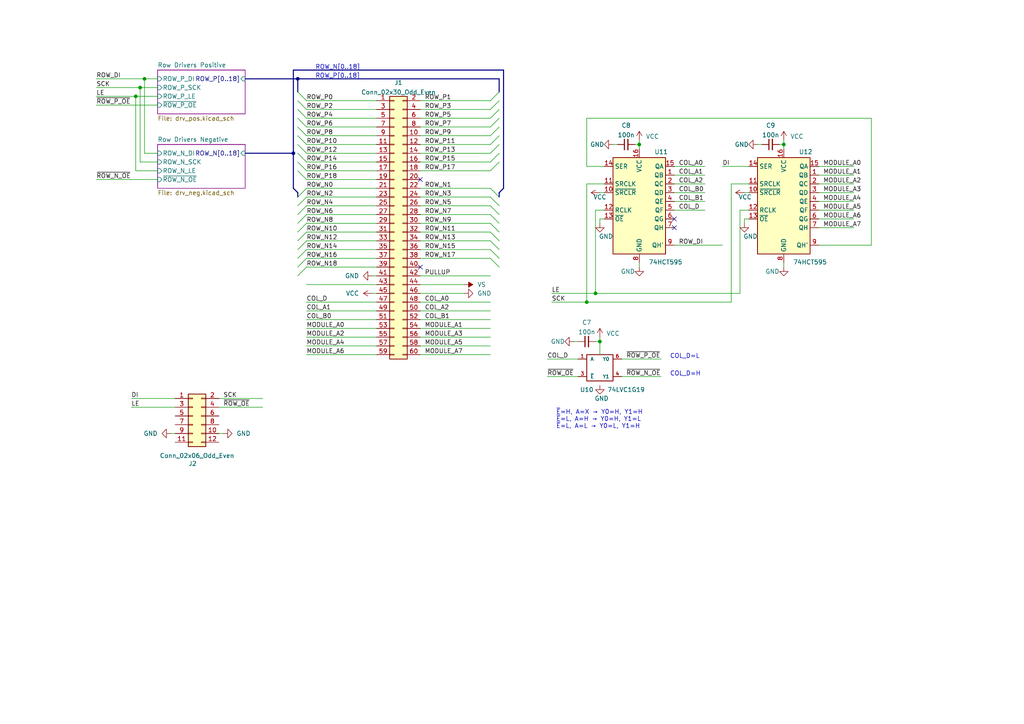
<source format=kicad_sch>
(kicad_sch (version 20210621) (generator eeschema)
  (paper "A4")
  (lib_symbols
    (symbol "74xGxx:74LVC1G19" (pin_names (offset 1.016))
      (property "Reference" "U" (at -2.54 5.08 0))
      (property "Value" "74LVC1G19" (at 0 -5.08 0))
      (symbol "74LVC1G19_0_1"
        (rectangle (start -3.81 3.81) (end 3.81 -3.81) (stroke (width 0.254)))
      )
      (symbol "74LVC1G19_1_1"
        (pin input line (at -6.35 2.54 0) (length 2.54) (name "A") (number "1"))
        (pin power_in line (at 0 -3.81 270) (length 0) hide (name "GND") (number "2"))
        (pin input line (at -6.35 -2.54 0) (length 2.54) (name "~{E}") (number "3"))
        (pin output line (at 6.35 -2.54 180) (length 2.54) (name "Y1") (number "4"))
        (pin power_in line (at 0 3.81 90) (length 0) hide (name "VCC") (number "5"))
        (pin output line (at 6.35 2.54 180) (length 2.54) (name "Y0") (number "6"))
      )
    )
    (symbol "74xx:74HCT595"
      (property "Reference" "U" (at -7.62 13.97 0))
      (property "Value" "74HCT595" (at -7.62 -16.51 0))
      (symbol "74HCT595_1_0"
        (pin tri_state line (at 10.16 7.62 180) (length 2.54) (name "QB") (number "1"))
        (pin input line (at -10.16 2.54 0) (length 2.54) (name "~{SRCLR}") (number "10"))
        (pin input line (at -10.16 5.08 0) (length 2.54) (name "SRCLK") (number "11"))
        (pin input line (at -10.16 -2.54 0) (length 2.54) (name "RCLK") (number "12"))
        (pin input line (at -10.16 -5.08 0) (length 2.54) (name "~{OE}") (number "13"))
        (pin input line (at -10.16 10.16 0) (length 2.54) (name "SER") (number "14"))
        (pin tri_state line (at 10.16 10.16 180) (length 2.54) (name "QA") (number "15"))
        (pin power_in line (at 0 15.24 270) (length 2.54) (name "VCC") (number "16"))
        (pin tri_state line (at 10.16 5.08 180) (length 2.54) (name "QC") (number "2"))
        (pin tri_state line (at 10.16 2.54 180) (length 2.54) (name "QD") (number "3"))
        (pin tri_state line (at 10.16 0 180) (length 2.54) (name "QE") (number "4"))
        (pin tri_state line (at 10.16 -2.54 180) (length 2.54) (name "QF") (number "5"))
        (pin tri_state line (at 10.16 -5.08 180) (length 2.54) (name "QG") (number "6"))
        (pin tri_state line (at 10.16 -7.62 180) (length 2.54) (name "QH") (number "7"))
        (pin power_in line (at 0 -17.78 90) (length 2.54) (name "GND") (number "8"))
        (pin output line (at 10.16 -12.7 180) (length 2.54) (name "QH'") (number "9"))
      )
      (symbol "74HCT595_1_1"
        (rectangle (start -7.62 12.7) (end 7.62 -15.24) (stroke (width 0.254)) (fill (type background)))
      )
    )
    (symbol "Connector_Generic:Conn_02x06_Odd_Even" (pin_names (offset 1.016) hide)
      (property "Reference" "J" (at 1.27 7.62 0))
      (property "Value" "Conn_02x06_Odd_Even" (at 1.27 -10.16 0))
      (symbol "Conn_02x06_Odd_Even_1_1"
        (rectangle (start -1.27 -7.493) (end 0 -7.747) (stroke (width 0.1524)))
        (rectangle (start -1.27 -4.953) (end 0 -5.207) (stroke (width 0.1524)))
        (rectangle (start -1.27 -2.413) (end 0 -2.667) (stroke (width 0.1524)))
        (rectangle (start -1.27 0.127) (end 0 -0.127) (stroke (width 0.1524)))
        (rectangle (start -1.27 2.667) (end 0 2.413) (stroke (width 0.1524)))
        (rectangle (start -1.27 5.207) (end 0 4.953) (stroke (width 0.1524)))
        (rectangle (start 3.81 -7.493) (end 2.54 -7.747) (stroke (width 0.1524)))
        (rectangle (start 3.81 -4.953) (end 2.54 -5.207) (stroke (width 0.1524)))
        (rectangle (start 3.81 -2.413) (end 2.54 -2.667) (stroke (width 0.1524)))
        (rectangle (start 3.81 0.127) (end 2.54 -0.127) (stroke (width 0.1524)))
        (rectangle (start 3.81 2.667) (end 2.54 2.413) (stroke (width 0.1524)))
        (rectangle (start 3.81 5.207) (end 2.54 4.953) (stroke (width 0.1524)))
        (rectangle (start -1.27 6.35) (end 3.81 -8.89) (stroke (width 0.254)) (fill (type background)))
        (pin passive line (at -5.08 5.08 0) (length 3.81) (name "Pin_1") (number "1"))
        (pin passive line (at 7.62 -5.08 180) (length 3.81) (name "Pin_10") (number "10"))
        (pin passive line (at -5.08 -7.62 0) (length 3.81) (name "Pin_11") (number "11"))
        (pin passive line (at 7.62 -7.62 180) (length 3.81) (name "Pin_12") (number "12"))
        (pin passive line (at 7.62 5.08 180) (length 3.81) (name "Pin_2") (number "2"))
        (pin passive line (at -5.08 2.54 0) (length 3.81) (name "Pin_3") (number "3"))
        (pin passive line (at 7.62 2.54 180) (length 3.81) (name "Pin_4") (number "4"))
        (pin passive line (at -5.08 0 0) (length 3.81) (name "Pin_5") (number "5"))
        (pin passive line (at 7.62 0 180) (length 3.81) (name "Pin_6") (number "6"))
        (pin passive line (at -5.08 -2.54 0) (length 3.81) (name "Pin_7") (number "7"))
        (pin passive line (at 7.62 -2.54 180) (length 3.81) (name "Pin_8") (number "8"))
        (pin passive line (at -5.08 -5.08 0) (length 3.81) (name "Pin_9") (number "9"))
      )
    )
    (symbol "Connector_Generic:Conn_02x30_Odd_Even" (pin_names (offset 1.016) hide)
      (property "Reference" "J" (at 1.27 38.1 0))
      (property "Value" "Conn_02x30_Odd_Even" (at 1.27 -40.64 0))
      (symbol "Conn_02x30_Odd_Even_1_1"
        (rectangle (start -1.27 -37.973) (end 0 -38.227) (stroke (width 0.1524)))
        (rectangle (start -1.27 -35.433) (end 0 -35.687) (stroke (width 0.1524)))
        (rectangle (start -1.27 -32.893) (end 0 -33.147) (stroke (width 0.1524)))
        (rectangle (start -1.27 -30.353) (end 0 -30.607) (stroke (width 0.1524)))
        (rectangle (start -1.27 -27.813) (end 0 -28.067) (stroke (width 0.1524)))
        (rectangle (start -1.27 -25.273) (end 0 -25.527) (stroke (width 0.1524)))
        (rectangle (start -1.27 -22.733) (end 0 -22.987) (stroke (width 0.1524)))
        (rectangle (start -1.27 -20.193) (end 0 -20.447) (stroke (width 0.1524)))
        (rectangle (start -1.27 -17.653) (end 0 -17.907) (stroke (width 0.1524)))
        (rectangle (start -1.27 -15.113) (end 0 -15.367) (stroke (width 0.1524)))
        (rectangle (start -1.27 -12.573) (end 0 -12.827) (stroke (width 0.1524)))
        (rectangle (start -1.27 -10.033) (end 0 -10.287) (stroke (width 0.1524)))
        (rectangle (start -1.27 -7.493) (end 0 -7.747) (stroke (width 0.1524)))
        (rectangle (start -1.27 -4.953) (end 0 -5.207) (stroke (width 0.1524)))
        (rectangle (start -1.27 -2.413) (end 0 -2.667) (stroke (width 0.1524)))
        (rectangle (start -1.27 0.127) (end 0 -0.127) (stroke (width 0.1524)))
        (rectangle (start -1.27 2.667) (end 0 2.413) (stroke (width 0.1524)))
        (rectangle (start -1.27 5.207) (end 0 4.953) (stroke (width 0.1524)))
        (rectangle (start -1.27 7.747) (end 0 7.493) (stroke (width 0.1524)))
        (rectangle (start -1.27 10.287) (end 0 10.033) (stroke (width 0.1524)))
        (rectangle (start -1.27 12.827) (end 0 12.573) (stroke (width 0.1524)))
        (rectangle (start -1.27 15.367) (end 0 15.113) (stroke (width 0.1524)))
        (rectangle (start -1.27 17.907) (end 0 17.653) (stroke (width 0.1524)))
        (rectangle (start -1.27 20.447) (end 0 20.193) (stroke (width 0.1524)))
        (rectangle (start -1.27 22.987) (end 0 22.733) (stroke (width 0.1524)))
        (rectangle (start -1.27 25.527) (end 0 25.273) (stroke (width 0.1524)))
        (rectangle (start -1.27 28.067) (end 0 27.813) (stroke (width 0.1524)))
        (rectangle (start -1.27 30.607) (end 0 30.353) (stroke (width 0.1524)))
        (rectangle (start -1.27 33.147) (end 0 32.893) (stroke (width 0.1524)))
        (rectangle (start -1.27 35.687) (end 0 35.433) (stroke (width 0.1524)))
        (rectangle (start 3.81 -37.973) (end 2.54 -38.227) (stroke (width 0.1524)))
        (rectangle (start 3.81 -35.433) (end 2.54 -35.687) (stroke (width 0.1524)))
        (rectangle (start 3.81 -32.893) (end 2.54 -33.147) (stroke (width 0.1524)))
        (rectangle (start 3.81 -30.353) (end 2.54 -30.607) (stroke (width 0.1524)))
        (rectangle (start 3.81 -27.813) (end 2.54 -28.067) (stroke (width 0.1524)))
        (rectangle (start 3.81 -25.273) (end 2.54 -25.527) (stroke (width 0.1524)))
        (rectangle (start 3.81 -22.733) (end 2.54 -22.987) (stroke (width 0.1524)))
        (rectangle (start 3.81 -20.193) (end 2.54 -20.447) (stroke (width 0.1524)))
        (rectangle (start 3.81 -17.653) (end 2.54 -17.907) (stroke (width 0.1524)))
        (rectangle (start 3.81 -15.113) (end 2.54 -15.367) (stroke (width 0.1524)))
        (rectangle (start 3.81 -12.573) (end 2.54 -12.827) (stroke (width 0.1524)))
        (rectangle (start 3.81 -10.033) (end 2.54 -10.287) (stroke (width 0.1524)))
        (rectangle (start 3.81 -7.493) (end 2.54 -7.747) (stroke (width 0.1524)))
        (rectangle (start 3.81 -4.953) (end 2.54 -5.207) (stroke (width 0.1524)))
        (rectangle (start 3.81 -2.413) (end 2.54 -2.667) (stroke (width 0.1524)))
        (rectangle (start 3.81 0.127) (end 2.54 -0.127) (stroke (width 0.1524)))
        (rectangle (start 3.81 2.667) (end 2.54 2.413) (stroke (width 0.1524)))
        (rectangle (start 3.81 5.207) (end 2.54 4.953) (stroke (width 0.1524)))
        (rectangle (start 3.81 7.747) (end 2.54 7.493) (stroke (width 0.1524)))
        (rectangle (start 3.81 10.287) (end 2.54 10.033) (stroke (width 0.1524)))
        (rectangle (start 3.81 12.827) (end 2.54 12.573) (stroke (width 0.1524)))
        (rectangle (start 3.81 15.367) (end 2.54 15.113) (stroke (width 0.1524)))
        (rectangle (start 3.81 17.907) (end 2.54 17.653) (stroke (width 0.1524)))
        (rectangle (start 3.81 20.447) (end 2.54 20.193) (stroke (width 0.1524)))
        (rectangle (start 3.81 22.987) (end 2.54 22.733) (stroke (width 0.1524)))
        (rectangle (start 3.81 25.527) (end 2.54 25.273) (stroke (width 0.1524)))
        (rectangle (start 3.81 28.067) (end 2.54 27.813) (stroke (width 0.1524)))
        (rectangle (start 3.81 30.607) (end 2.54 30.353) (stroke (width 0.1524)))
        (rectangle (start 3.81 33.147) (end 2.54 32.893) (stroke (width 0.1524)))
        (rectangle (start 3.81 35.687) (end 2.54 35.433) (stroke (width 0.1524)))
        (rectangle (start -1.27 36.83) (end 3.81 -39.37) (stroke (width 0.254)) (fill (type background)))
        (pin passive line (at -5.08 35.56 0) (length 3.81) (name "Pin_1") (number "1"))
        (pin passive line (at 7.62 25.4 180) (length 3.81) (name "Pin_10") (number "10"))
        (pin passive line (at -5.08 22.86 0) (length 3.81) (name "Pin_11") (number "11"))
        (pin passive line (at 7.62 22.86 180) (length 3.81) (name "Pin_12") (number "12"))
        (pin passive line (at -5.08 20.32 0) (length 3.81) (name "Pin_13") (number "13"))
        (pin passive line (at 7.62 20.32 180) (length 3.81) (name "Pin_14") (number "14"))
        (pin passive line (at -5.08 17.78 0) (length 3.81) (name "Pin_15") (number "15"))
        (pin passive line (at 7.62 17.78 180) (length 3.81) (name "Pin_16") (number "16"))
        (pin passive line (at -5.08 15.24 0) (length 3.81) (name "Pin_17") (number "17"))
        (pin passive line (at 7.62 15.24 180) (length 3.81) (name "Pin_18") (number "18"))
        (pin passive line (at -5.08 12.7 0) (length 3.81) (name "Pin_19") (number "19"))
        (pin passive line (at 7.62 35.56 180) (length 3.81) (name "Pin_2") (number "2"))
        (pin passive line (at 7.62 12.7 180) (length 3.81) (name "Pin_20") (number "20"))
        (pin passive line (at -5.08 10.16 0) (length 3.81) (name "Pin_21") (number "21"))
        (pin passive line (at 7.62 10.16 180) (length 3.81) (name "Pin_22") (number "22"))
        (pin passive line (at -5.08 7.62 0) (length 3.81) (name "Pin_23") (number "23"))
        (pin passive line (at 7.62 7.62 180) (length 3.81) (name "Pin_24") (number "24"))
        (pin passive line (at -5.08 5.08 0) (length 3.81) (name "Pin_25") (number "25"))
        (pin passive line (at 7.62 5.08 180) (length 3.81) (name "Pin_26") (number "26"))
        (pin passive line (at -5.08 2.54 0) (length 3.81) (name "Pin_27") (number "27"))
        (pin passive line (at 7.62 2.54 180) (length 3.81) (name "Pin_28") (number "28"))
        (pin passive line (at -5.08 0 0) (length 3.81) (name "Pin_29") (number "29"))
        (pin passive line (at -5.08 33.02 0) (length 3.81) (name "Pin_3") (number "3"))
        (pin passive line (at 7.62 0 180) (length 3.81) (name "Pin_30") (number "30"))
        (pin passive line (at -5.08 -2.54 0) (length 3.81) (name "Pin_31") (number "31"))
        (pin passive line (at 7.62 -2.54 180) (length 3.81) (name "Pin_32") (number "32"))
        (pin passive line (at -5.08 -5.08 0) (length 3.81) (name "Pin_33") (number "33"))
        (pin passive line (at 7.62 -5.08 180) (length 3.81) (name "Pin_34") (number "34"))
        (pin passive line (at -5.08 -7.62 0) (length 3.81) (name "Pin_35") (number "35"))
        (pin passive line (at 7.62 -7.62 180) (length 3.81) (name "Pin_36") (number "36"))
        (pin passive line (at -5.08 -10.16 0) (length 3.81) (name "Pin_37") (number "37"))
        (pin passive line (at 7.62 -10.16 180) (length 3.81) (name "Pin_38") (number "38"))
        (pin passive line (at -5.08 -12.7 0) (length 3.81) (name "Pin_39") (number "39"))
        (pin passive line (at 7.62 33.02 180) (length 3.81) (name "Pin_4") (number "4"))
        (pin passive line (at 7.62 -12.7 180) (length 3.81) (name "Pin_40") (number "40"))
        (pin passive line (at -5.08 -15.24 0) (length 3.81) (name "Pin_41") (number "41"))
        (pin passive line (at 7.62 -15.24 180) (length 3.81) (name "Pin_42") (number "42"))
        (pin passive line (at -5.08 -17.78 0) (length 3.81) (name "Pin_43") (number "43"))
        (pin passive line (at 7.62 -17.78 180) (length 3.81) (name "Pin_44") (number "44"))
        (pin passive line (at -5.08 -20.32 0) (length 3.81) (name "Pin_45") (number "45"))
        (pin passive line (at 7.62 -20.32 180) (length 3.81) (name "Pin_46") (number "46"))
        (pin passive line (at -5.08 -22.86 0) (length 3.81) (name "Pin_47") (number "47"))
        (pin passive line (at 7.62 -22.86 180) (length 3.81) (name "Pin_48") (number "48"))
        (pin passive line (at -5.08 -25.4 0) (length 3.81) (name "Pin_49") (number "49"))
        (pin passive line (at -5.08 30.48 0) (length 3.81) (name "Pin_5") (number "5"))
        (pin passive line (at 7.62 -25.4 180) (length 3.81) (name "Pin_50") (number "50"))
        (pin passive line (at -5.08 -27.94 0) (length 3.81) (name "Pin_51") (number "51"))
        (pin passive line (at 7.62 -27.94 180) (length 3.81) (name "Pin_52") (number "52"))
        (pin passive line (at -5.08 -30.48 0) (length 3.81) (name "Pin_53") (number "53"))
        (pin passive line (at 7.62 -30.48 180) (length 3.81) (name "Pin_54") (number "54"))
        (pin passive line (at -5.08 -33.02 0) (length 3.81) (name "Pin_55") (number "55"))
        (pin passive line (at 7.62 -33.02 180) (length 3.81) (name "Pin_56") (number "56"))
        (pin passive line (at -5.08 -35.56 0) (length 3.81) (name "Pin_57") (number "57"))
        (pin passive line (at 7.62 -35.56 180) (length 3.81) (name "Pin_58") (number "58"))
        (pin passive line (at -5.08 -38.1 0) (length 3.81) (name "Pin_59") (number "59"))
        (pin passive line (at 7.62 30.48 180) (length 3.81) (name "Pin_6") (number "6"))
        (pin passive line (at 7.62 -38.1 180) (length 3.81) (name "Pin_60") (number "60"))
        (pin passive line (at -5.08 27.94 0) (length 3.81) (name "Pin_7") (number "7"))
        (pin passive line (at 7.62 27.94 180) (length 3.81) (name "Pin_8") (number "8"))
        (pin passive line (at -5.08 25.4 0) (length 3.81) (name "Pin_9") (number "9"))
      )
    )
    (symbol "Device:C_Small" (pin_numbers hide) (pin_names (offset 0.254) hide)
      (property "Reference" "C" (at 0.254 1.778 0))
      (property "Value" "C_Small" (at 0.254 -2.032 0))
      (symbol "C_Small_0_1"
        (polyline (pts (xy -1.524 -0.508) (xy 1.524 -0.508)) (stroke (width 0.3302)))
        (polyline (pts (xy -1.524 0.508) (xy 1.524 0.508)) (stroke (width 0.3048)))
      )
      (symbol "C_Small_1_1"
        (pin passive line (at 0 2.54 270) (length 2.032) (name "~") (number "1"))
        (pin passive line (at 0 -2.54 90) (length 2.032) (name "~") (number "2"))
      )
    )
    (symbol "power:GND" (power) (pin_names (offset 0))
      (property "Value" "GND" (at 0 -3.81 0))
      (symbol "GND_0_1"
        (polyline (pts (xy 0 0) (xy 0 -1.27) (xy 1.27 -1.27) (xy 0 -2.54) (xy -1.27 -1.27) (xy 0 -1.27)))
      )
      (symbol "GND_1_1"
        (pin power_in line (at 0 0 270) (length 0) hide (name "GND") (number "1"))
      )
    )
    (symbol "power:VCC" (power) (pin_names (offset 0))
      (property "Value" "VCC" (at 0 3.81 0))
      (symbol "VCC_0_1"
        (polyline (pts (xy -0.762 1.27) (xy 0 2.54)))
        (polyline (pts (xy 0 0) (xy 0 2.54)))
        (polyline (pts (xy 0 2.54) (xy 0.762 1.27)))
      )
      (symbol "VCC_1_1"
        (pin power_in line (at 0 0 90) (length 0) hide (name "VCC") (number "1"))
      )
    )
    (symbol "power:VS" (power) (pin_names (offset 0))
      (property "Value" "VS" (at 0 3.81 0))
      (symbol "VS_0_1"
        (polyline (pts (xy 0 0) (xy 0 2.54)))
        (polyline (pts (xy 0.762 1.27) (xy -0.762 1.27) (xy 0 2.54) (xy 0.762 1.27)) (fill (type outline)))
      )
      (symbol "VS_1_1"
        (pin power_in line (at 0 0 90) (length 0) hide (name "VS") (number "1"))
      )
    )
  )
  (bus_alias "ROW" (members "P[0..18]" "N[0..18]"))
  (junction (at 39.37 27.94))
  (junction (at 40.64 25.4))
  (junction (at 41.91 22.86))
  (junction (at 170.18 87.63))
  (junction (at 172.72 85.09))
  (junction (at 173.99 99.06))
  (junction (at 185.42 41.91))
  (junction (at 227.33 41.91))
  (junction (at 85.09 44.45))
  (junction (at 86.36 22.86))
  (no_connect (at 121.92 52.07))
  (no_connect (at 121.92 77.47))
  (no_connect (at 195.58 63.5))
  (no_connect (at 195.58 66.04))
  (bus_entry (at 86.36 26.67) (size 2.54 2.54))
  (bus_entry (at 86.36 29.21) (size 2.54 2.54))
  (bus_entry (at 86.36 31.75) (size 2.54 2.54))
  (bus_entry (at 86.36 34.29) (size 2.54 2.54))
  (bus_entry (at 86.36 36.83) (size 2.54 2.54))
  (bus_entry (at 86.36 39.37) (size 2.54 2.54))
  (bus_entry (at 86.36 41.91) (size 2.54 2.54))
  (bus_entry (at 86.36 44.45) (size 2.54 2.54))
  (bus_entry (at 86.36 46.99) (size 2.54 2.54))
  (bus_entry (at 86.36 49.53) (size 2.54 2.54))
  (bus_entry (at 88.9 54.61) (size -2.54 2.54))
  (bus_entry (at 88.9 57.15) (size -2.54 2.54))
  (bus_entry (at 88.9 59.69) (size -2.54 2.54))
  (bus_entry (at 88.9 62.23) (size -2.54 2.54))
  (bus_entry (at 88.9 64.77) (size -2.54 2.54))
  (bus_entry (at 88.9 67.31) (size -2.54 2.54))
  (bus_entry (at 88.9 69.85) (size -2.54 2.54))
  (bus_entry (at 88.9 72.39) (size -2.54 2.54))
  (bus_entry (at 88.9 74.93) (size -2.54 2.54))
  (bus_entry (at 88.9 77.47) (size -2.54 2.54))
  (bus_entry (at 142.24 29.21) (size 2.54 -2.54))
  (bus_entry (at 142.24 31.75) (size 2.54 -2.54))
  (bus_entry (at 142.24 34.29) (size 2.54 -2.54))
  (bus_entry (at 142.24 36.83) (size 2.54 -2.54))
  (bus_entry (at 142.24 39.37) (size 2.54 -2.54))
  (bus_entry (at 142.24 41.91) (size 2.54 -2.54))
  (bus_entry (at 142.24 44.45) (size 2.54 -2.54))
  (bus_entry (at 142.24 46.99) (size 2.54 -2.54))
  (bus_entry (at 142.24 49.53) (size 2.54 -2.54))
  (bus_entry (at 144.78 57.15) (size -2.54 -2.54))
  (bus_entry (at 144.78 59.69) (size -2.54 -2.54))
  (bus_entry (at 144.78 62.23) (size -2.54 -2.54))
  (bus_entry (at 144.78 64.77) (size -2.54 -2.54))
  (bus_entry (at 144.78 67.31) (size -2.54 -2.54))
  (bus_entry (at 144.78 69.85) (size -2.54 -2.54))
  (bus_entry (at 144.78 72.39) (size -2.54 -2.54))
  (bus_entry (at 144.78 74.93) (size -2.54 -2.54))
  (bus_entry (at 144.78 77.47) (size -2.54 -2.54))
  (wire (pts (xy 27.94 22.86) (xy 41.91 22.86)))
  (wire (pts (xy 27.94 25.4) (xy 40.64 25.4)))
  (wire (pts (xy 27.94 27.94) (xy 39.37 27.94)))
  (wire (pts (xy 27.94 30.48) (xy 45.72 30.48)))
  (wire (pts (xy 27.94 52.07) (xy 45.72 52.07)))
  (wire (pts (xy 38.1 115.57) (xy 50.8 115.57)))
  (wire (pts (xy 38.1 118.11) (xy 50.8 118.11)))
  (wire (pts (xy 39.37 27.94) (xy 45.72 27.94)))
  (wire (pts (xy 39.37 49.53) (xy 39.37 27.94)))
  (wire (pts (xy 40.64 25.4) (xy 45.72 25.4)))
  (wire (pts (xy 40.64 46.99) (xy 40.64 25.4)))
  (wire (pts (xy 41.91 22.86) (xy 45.72 22.86)))
  (wire (pts (xy 41.91 44.45) (xy 41.91 22.86)))
  (wire (pts (xy 41.91 44.45) (xy 45.72 44.45)))
  (wire (pts (xy 45.72 46.99) (xy 40.64 46.99)))
  (wire (pts (xy 45.72 49.53) (xy 39.37 49.53)))
  (wire (pts (xy 49.53 125.73) (xy 50.8 125.73)))
  (wire (pts (xy 63.5 115.57) (xy 76.2 115.57)))
  (wire (pts (xy 63.5 118.11) (xy 76.2 118.11)))
  (wire (pts (xy 63.5 125.73) (xy 64.77 125.73)))
  (wire (pts (xy 88.9 29.21) (xy 109.22 29.21)))
  (wire (pts (xy 88.9 31.75) (xy 109.22 31.75)))
  (wire (pts (xy 88.9 34.29) (xy 109.22 34.29)))
  (wire (pts (xy 88.9 36.83) (xy 109.22 36.83)))
  (wire (pts (xy 88.9 39.37) (xy 109.22 39.37)))
  (wire (pts (xy 88.9 41.91) (xy 109.22 41.91)))
  (wire (pts (xy 88.9 44.45) (xy 109.22 44.45)))
  (wire (pts (xy 88.9 46.99) (xy 109.22 46.99)))
  (wire (pts (xy 88.9 49.53) (xy 109.22 49.53)))
  (wire (pts (xy 88.9 52.07) (xy 109.22 52.07)))
  (wire (pts (xy 88.9 54.61) (xy 109.22 54.61)))
  (wire (pts (xy 88.9 57.15) (xy 109.22 57.15)))
  (wire (pts (xy 88.9 59.69) (xy 109.22 59.69)))
  (wire (pts (xy 88.9 62.23) (xy 109.22 62.23)))
  (wire (pts (xy 88.9 64.77) (xy 109.22 64.77)))
  (wire (pts (xy 88.9 67.31) (xy 109.22 67.31)))
  (wire (pts (xy 88.9 69.85) (xy 109.22 69.85)))
  (wire (pts (xy 88.9 72.39) (xy 109.22 72.39)))
  (wire (pts (xy 88.9 74.93) (xy 109.22 74.93)))
  (wire (pts (xy 88.9 77.47) (xy 109.22 77.47)))
  (wire (pts (xy 88.9 82.55) (xy 109.22 82.55)))
  (wire (pts (xy 88.9 87.63) (xy 109.22 87.63)))
  (wire (pts (xy 88.9 90.17) (xy 109.22 90.17)))
  (wire (pts (xy 88.9 92.71) (xy 109.22 92.71)))
  (wire (pts (xy 88.9 95.25) (xy 109.22 95.25)))
  (wire (pts (xy 88.9 97.79) (xy 109.22 97.79)))
  (wire (pts (xy 88.9 100.33) (xy 109.22 100.33)))
  (wire (pts (xy 88.9 102.87) (xy 109.22 102.87)))
  (wire (pts (xy 107.95 80.01) (xy 109.22 80.01)))
  (wire (pts (xy 107.95 85.09) (xy 109.22 85.09)))
  (wire (pts (xy 121.92 29.21) (xy 142.24 29.21)))
  (wire (pts (xy 121.92 31.75) (xy 142.24 31.75)))
  (wire (pts (xy 121.92 34.29) (xy 142.24 34.29)))
  (wire (pts (xy 121.92 36.83) (xy 142.24 36.83)))
  (wire (pts (xy 121.92 39.37) (xy 142.24 39.37)))
  (wire (pts (xy 121.92 41.91) (xy 142.24 41.91)))
  (wire (pts (xy 121.92 44.45) (xy 142.24 44.45)))
  (wire (pts (xy 121.92 46.99) (xy 142.24 46.99)))
  (wire (pts (xy 121.92 49.53) (xy 142.24 49.53)))
  (wire (pts (xy 121.92 54.61) (xy 142.24 54.61)))
  (wire (pts (xy 121.92 57.15) (xy 142.24 57.15)))
  (wire (pts (xy 121.92 59.69) (xy 142.24 59.69)))
  (wire (pts (xy 121.92 62.23) (xy 142.24 62.23)))
  (wire (pts (xy 121.92 64.77) (xy 142.24 64.77)))
  (wire (pts (xy 121.92 67.31) (xy 142.24 67.31)))
  (wire (pts (xy 121.92 69.85) (xy 142.24 69.85)))
  (wire (pts (xy 121.92 72.39) (xy 142.24 72.39)))
  (wire (pts (xy 121.92 74.93) (xy 142.24 74.93)))
  (wire (pts (xy 121.92 80.01) (xy 142.24 80.01)))
  (wire (pts (xy 121.92 82.55) (xy 134.62 82.55)))
  (wire (pts (xy 121.92 85.09) (xy 134.62 85.09)))
  (wire (pts (xy 121.92 87.63) (xy 142.24 87.63)))
  (wire (pts (xy 121.92 90.17) (xy 142.24 90.17)))
  (wire (pts (xy 121.92 92.71) (xy 142.24 92.71)))
  (wire (pts (xy 121.92 95.25) (xy 142.24 95.25)))
  (wire (pts (xy 121.92 97.79) (xy 142.24 97.79)))
  (wire (pts (xy 121.92 100.33) (xy 142.24 100.33)))
  (wire (pts (xy 121.92 102.87) (xy 142.24 102.87)))
  (wire (pts (xy 158.75 104.14) (xy 167.64 104.14)))
  (wire (pts (xy 158.75 109.22) (xy 167.64 109.22)))
  (wire (pts (xy 160.02 85.09) (xy 172.72 85.09)))
  (wire (pts (xy 160.02 87.63) (xy 170.18 87.63)))
  (wire (pts (xy 166.37 99.06) (xy 167.64 99.06)))
  (wire (pts (xy 170.18 34.29) (xy 170.18 48.26)))
  (wire (pts (xy 170.18 48.26) (xy 175.26 48.26)))
  (wire (pts (xy 170.18 53.34) (xy 170.18 87.63)))
  (wire (pts (xy 170.18 87.63) (xy 212.09 87.63)))
  (wire (pts (xy 172.72 60.96) (xy 172.72 85.09)))
  (wire (pts (xy 172.72 85.09) (xy 214.63 85.09)))
  (wire (pts (xy 172.72 99.06) (xy 173.99 99.06)))
  (wire (pts (xy 173.99 55.88) (xy 175.26 55.88)))
  (wire (pts (xy 173.99 63.5) (xy 173.99 64.77)))
  (wire (pts (xy 173.99 97.79) (xy 173.99 99.06)))
  (wire (pts (xy 173.99 99.06) (xy 173.99 102.87)))
  (wire (pts (xy 175.26 53.34) (xy 170.18 53.34)))
  (wire (pts (xy 175.26 60.96) (xy 172.72 60.96)))
  (wire (pts (xy 175.26 63.5) (xy 173.99 63.5)))
  (wire (pts (xy 177.8 41.91) (xy 179.07 41.91)))
  (wire (pts (xy 180.34 104.14) (xy 191.77 104.14)))
  (wire (pts (xy 180.34 109.22) (xy 191.77 109.22)))
  (wire (pts (xy 184.15 41.91) (xy 185.42 41.91)))
  (wire (pts (xy 185.42 40.64) (xy 185.42 41.91)))
  (wire (pts (xy 185.42 41.91) (xy 185.42 43.18)))
  (wire (pts (xy 185.42 76.2) (xy 185.42 77.47)))
  (wire (pts (xy 195.58 48.26) (xy 204.47 48.26)))
  (wire (pts (xy 195.58 50.8) (xy 204.47 50.8)))
  (wire (pts (xy 195.58 53.34) (xy 204.47 53.34)))
  (wire (pts (xy 195.58 55.88) (xy 204.47 55.88)))
  (wire (pts (xy 195.58 58.42) (xy 204.47 58.42)))
  (wire (pts (xy 195.58 60.96) (xy 204.47 60.96)))
  (wire (pts (xy 195.58 71.12) (xy 209.55 71.12)))
  (wire (pts (xy 209.55 48.26) (xy 217.17 48.26)))
  (wire (pts (xy 212.09 53.34) (xy 212.09 87.63)))
  (wire (pts (xy 214.63 60.96) (xy 214.63 85.09)))
  (wire (pts (xy 215.9 55.88) (xy 217.17 55.88)))
  (wire (pts (xy 215.9 63.5) (xy 215.9 64.77)))
  (wire (pts (xy 217.17 53.34) (xy 212.09 53.34)))
  (wire (pts (xy 217.17 60.96) (xy 214.63 60.96)))
  (wire (pts (xy 217.17 63.5) (xy 215.9 63.5)))
  (wire (pts (xy 219.71 41.91) (xy 220.98 41.91)))
  (wire (pts (xy 226.06 41.91) (xy 227.33 41.91)))
  (wire (pts (xy 227.33 40.64) (xy 227.33 41.91)))
  (wire (pts (xy 227.33 41.91) (xy 227.33 43.18)))
  (wire (pts (xy 227.33 76.2) (xy 227.33 77.47)))
  (wire (pts (xy 237.49 48.26) (xy 247.65 48.26)))
  (wire (pts (xy 237.49 50.8) (xy 247.65 50.8)))
  (wire (pts (xy 237.49 53.34) (xy 247.65 53.34)))
  (wire (pts (xy 237.49 55.88) (xy 247.65 55.88)))
  (wire (pts (xy 237.49 58.42) (xy 247.65 58.42)))
  (wire (pts (xy 237.49 60.96) (xy 247.65 60.96)))
  (wire (pts (xy 237.49 63.5) (xy 247.65 63.5)))
  (wire (pts (xy 237.49 66.04) (xy 247.65 66.04)))
  (wire (pts (xy 237.49 71.12) (xy 252.73 71.12)))
  (wire (pts (xy 252.73 34.29) (xy 170.18 34.29)))
  (wire (pts (xy 252.73 71.12) (xy 252.73 34.29)))
  (bus (pts (xy 71.12 44.45) (xy 85.09 44.45)))
  (bus (pts (xy 85.09 44.45) (xy 85.09 20.32)))
  (bus (pts (xy 85.09 54.61) (xy 85.09 44.45)))
  (bus (pts (xy 86.36 22.86) (xy 71.12 22.86)))
  (bus (pts (xy 86.36 22.86) (xy 86.36 53.34)))
  (bus (pts (xy 86.36 22.86) (xy 144.78 22.86)))
  (bus (pts (xy 86.36 55.88) (xy 85.09 54.61)))
  (bus (pts (xy 86.36 55.88) (xy 86.36 80.01)))
  (bus (pts (xy 144.78 22.86) (xy 144.78 53.34)))
  (bus (pts (xy 144.78 55.88) (xy 144.78 78.74)))
  (bus (pts (xy 144.78 55.88) (xy 146.05 54.61)))
  (bus (pts (xy 146.05 20.32) (xy 85.09 20.32)))
  (bus (pts (xy 146.05 20.32) (xy 146.05 54.61)))
  (text "ROW_N[0..18]" (at 91.44 20.32 0) (effects (font (size 1.27 1.27)) (justify left bottom)))
  (text "ROW_P[0..18]" (at 91.44 22.86 0) (effects (font (size 1.27 1.27)) (justify left bottom)))
  (text "~{E}=H, A=X → Y0=H, Y1=H\n~{E}=L, A=H → Y0=H, Y1=L\n~{E}=L, A=L → Y0=L, Y1=H" (at 161.29 124.46 0) (effects (font (size 1.27 1.27)) (justify left bottom)))
  (text "COL_D=L" (at 194.31 104.14 0) (effects (font (size 1.27 1.27)) (justify left bottom)))
  (text "COL_D=H" (at 194.31 109.22 0) (effects (font (size 1.27 1.27)) (justify left bottom)))
  (label "ROW_DI" (at 27.94 22.86 0))
  (label "SCK" (at 27.94 25.4 0))
  (label "LE" (at 27.94 27.94 0))
  (label "~{ROW_P_OE}" (at 27.94 30.48 0))
  (label "~{ROW_N_OE}" (at 27.94 52.07 0))
  (label "DI" (at 38.1 115.57 0))
  (label "LE" (at 38.1 118.11 0))
  (label "SCK" (at 64.77 115.57 0))
  (label "~{ROW_OE}" (at 64.77 118.11 0))
  (label "ROW_P0" (at 88.9 29.21 0))
  (label "ROW_P2" (at 88.9 31.75 0))
  (label "ROW_P4" (at 88.9 34.29 0))
  (label "ROW_P6" (at 88.9 36.83 0))
  (label "ROW_P8" (at 88.9 39.37 0))
  (label "ROW_P10" (at 88.9 41.91 0))
  (label "ROW_P12" (at 88.9 44.45 0))
  (label "ROW_P14" (at 88.9 46.99 0))
  (label "ROW_P16" (at 88.9 49.53 0))
  (label "ROW_P18" (at 88.9 52.07 0))
  (label "ROW_N0" (at 88.9 54.61 0))
  (label "ROW_N2" (at 88.9 57.15 0))
  (label "ROW_N4" (at 88.9 59.69 0))
  (label "ROW_N6" (at 88.9 62.23 0))
  (label "ROW_N8" (at 88.9 64.77 0))
  (label "ROW_N10" (at 88.9 67.31 0))
  (label "ROW_N12" (at 88.9 69.85 0))
  (label "ROW_N14" (at 88.9 72.39 0))
  (label "ROW_N16" (at 88.9 74.93 0))
  (label "ROW_N18" (at 88.9 77.47 0))
  (label "COL_D" (at 88.9 87.63 0))
  (label "COL_A1" (at 88.9 90.17 0))
  (label "COL_B0" (at 88.9 92.71 0))
  (label "MODULE_A0" (at 88.9 95.25 0))
  (label "MODULE_A2" (at 88.9 97.79 0))
  (label "MODULE_A4" (at 88.9 100.33 0))
  (label "MODULE_A6" (at 88.9 102.87 0))
  (label "ROW_P1" (at 123.19 29.21 0))
  (label "ROW_P3" (at 123.19 31.75 0))
  (label "ROW_P5" (at 123.19 34.29 0))
  (label "ROW_P7" (at 123.19 36.83 0))
  (label "ROW_P9" (at 123.19 39.37 0))
  (label "ROW_P11" (at 123.19 41.91 0))
  (label "ROW_P13" (at 123.19 44.45 0))
  (label "ROW_P15" (at 123.19 46.99 0))
  (label "ROW_P17" (at 123.19 49.53 0))
  (label "ROW_N1" (at 123.19 54.61 0))
  (label "ROW_N3" (at 123.19 57.15 0))
  (label "ROW_N5" (at 123.19 59.69 0))
  (label "ROW_N7" (at 123.19 62.23 0))
  (label "ROW_N9" (at 123.19 64.77 0))
  (label "ROW_N11" (at 123.19 67.31 0))
  (label "ROW_N13" (at 123.19 69.85 0))
  (label "ROW_N15" (at 123.19 72.39 0))
  (label "ROW_N17" (at 123.19 74.93 0))
  (label "PULLUP" (at 123.19 80.01 0))
  (label "COL_A0" (at 123.19 87.63 0))
  (label "COL_A2" (at 123.19 90.17 0))
  (label "COL_B1" (at 123.19 92.71 0))
  (label "MODULE_A1" (at 123.19 95.25 0))
  (label "MODULE_A3" (at 123.19 97.79 0))
  (label "MODULE_A5" (at 123.19 100.33 0))
  (label "MODULE_A7" (at 123.19 102.87 0))
  (label "COL_D" (at 158.75 104.14 0))
  (label "~{ROW_OE}" (at 158.75 109.22 0))
  (label "LE" (at 160.02 85.09 0))
  (label "SCK" (at 160.02 87.63 0))
  (label "~{ROW_P_OE}" (at 181.61 104.14 0))
  (label "~{ROW_N_OE}" (at 181.61 109.22 0))
  (label "COL_A0" (at 196.85 48.26 0))
  (label "COL_A1" (at 196.85 50.8 0))
  (label "COL_A2" (at 196.85 53.34 0))
  (label "COL_B0" (at 196.85 55.88 0))
  (label "COL_B1" (at 196.85 58.42 0))
  (label "COL_D" (at 196.85 60.96 0))
  (label "ROW_DI" (at 196.85 71.12 0))
  (label "DI" (at 209.55 48.26 0))
  (label "MODULE_A0" (at 238.76 48.26 0))
  (label "MODULE_A1" (at 238.76 50.8 0))
  (label "MODULE_A2" (at 238.76 53.34 0))
  (label "MODULE_A3" (at 238.76 55.88 0))
  (label "MODULE_A4" (at 238.76 58.42 0))
  (label "MODULE_A5" (at 238.76 60.96 0))
  (label "MODULE_A6" (at 238.76 63.5 0))
  (label "MODULE_A7" (at 238.76 66.04 0))
  (symbol (lib_id "power:VCC") (at 107.95 85.09 90) (unit 1)
    (property "Reference" "#PWR02" (effects hide))
    (property "Value" "VCC" (at 104.14 85.09 90) (effects (justify left)))
  )
  (symbol (lib_id "power:VS") (at 134.62 82.55 270) (unit 1)
    (property "Reference" "#PWR03" (effects hide))
    (property "Value" "VS" (at 138.43 82.55 90) (effects (justify left)))
  )
  (symbol (lib_id "power:VCC") (at 173.99 55.88 90) (unit 1)
    (property "Reference" "#PWR040" (effects hide))
    (property "Value" "VCC" (at 173.99 57.15 90))
  )
  (symbol (lib_id "power:VCC") (at 173.99 97.79 0) (unit 1)
    (property "Reference" "#PWR042" (effects hide))
    (property "Value" "VCC" (at 177.8 96.7254 0))
  )
  (symbol (lib_id "power:VCC") (at 185.42 40.64 0) (unit 1)
    (property "Reference" "#PWR045" (effects hide))
    (property "Value" "VCC" (at 189.23 39.5754 0))
  )
  (symbol (lib_id "power:VCC") (at 215.9 55.88 90) (unit 1)
    (property "Reference" "#PWR047" (effects hide))
    (property "Value" "VCC" (at 216.1054 57.15 90))
  )
  (symbol (lib_id "power:VCC") (at 227.33 40.64 0) (unit 1)
    (property "Reference" "#PWR050" (effects hide))
    (property "Value" "VCC" (at 231.14 39.5754 0))
  )
  (symbol (lib_id "power:GND") (at 49.53 125.73 270) (unit 1)
    (property "Reference" "#PWR0139" (effects hide))
    (property "Value" "GND" (at 45.72 125.73 90) (effects (justify right)))
  )
  (symbol (lib_id "power:GND") (at 64.77 125.73 90) (unit 1)
    (property "Reference" "#PWR0138" (effects hide))
    (property "Value" "GND" (at 68.58 125.73 90) (effects (justify right)))
  )
  (symbol (lib_id "power:GND") (at 107.95 80.01 270) (unit 1)
    (property "Reference" "#PWR01" (effects hide))
    (property "Value" "GND" (at 104.14 80.01 90) (effects (justify right)))
  )
  (symbol (lib_id "power:GND") (at 134.62 85.09 90) (unit 1)
    (property "Reference" "#PWR04" (effects hide))
    (property "Value" "GND" (at 138.43 85.09 90) (effects (justify right)))
  )
  (symbol (lib_id "power:GND") (at 166.37 99.06 270) (unit 1)
    (property "Reference" "#PWR039" (effects hide))
    (property "Value" "GND" (at 163.83 99.06 90) (effects (justify right)))
  )
  (symbol (lib_id "power:GND") (at 173.99 64.77 0) (unit 1)
    (property "Reference" "#PWR041" (effects hide))
    (property "Value" "GND" (at 177.8 68.58 0) (effects (justify right)))
  )
  (symbol (lib_id "power:GND") (at 173.99 111.76 0) (unit 1)
    (property "Reference" "#PWR043" (effects hide))
    (property "Value" "GND" (at 176.53 115.57 0) (effects (justify right)))
  )
  (symbol (lib_id "power:GND") (at 177.8 41.91 270) (unit 1)
    (property "Reference" "#PWR044" (effects hide))
    (property "Value" "GND" (at 175.26 41.91 90) (effects (justify right)))
  )
  (symbol (lib_id "power:GND") (at 185.42 77.47 0) (unit 1)
    (property "Reference" "#PWR046" (effects hide))
    (property "Value" "GND" (at 184.15 78.74 0) (effects (justify right)))
  )
  (symbol (lib_id "power:GND") (at 215.9 64.77 0) (unit 1)
    (property "Reference" "#PWR048" (effects hide))
    (property "Value" "GND" (at 219.71 68.58 0) (effects (justify right)))
  )
  (symbol (lib_id "power:GND") (at 219.71 41.91 270) (unit 1)
    (property "Reference" "#PWR049" (effects hide))
    (property "Value" "GND" (at 217.17 41.91 90) (effects (justify right)))
  )
  (symbol (lib_id "power:GND") (at 227.33 77.47 0) (unit 1)
    (property "Reference" "#PWR051" (effects hide))
    (property "Value" "GND" (at 226.06 78.74 0) (effects (justify right)))
  )
  (symbol (lib_id "Device:C_Small") (at 170.18 99.06 90) (unit 1)
    (property "Reference" "C7" (at 170.18 93.5313 90))
    (property "Value" "100n" (at 170.18 96.3064 90))
    (property "Footprint" "Capacitor_SMD:C_0603_1608Metric" (effects hide))
  )
  (symbol (lib_id "Device:C_Small") (at 181.61 41.91 90) (unit 1)
    (property "Reference" "C8" (at 181.61 36.3813 90))
    (property "Value" "100n" (at 181.61 39.1564 90))
    (property "Footprint" "Capacitor_SMD:C_0603_1608Metric" (effects hide))
  )
  (symbol (lib_id "Device:C_Small") (at 223.52 41.91 90) (unit 1)
    (property "Reference" "C9" (at 223.52 36.3813 90))
    (property "Value" "100n" (at 223.52 39.1564 90))
    (property "Footprint" "Capacitor_SMD:C_0603_1608Metric" (effects hide))
  )
  (symbol (lib_id "74xGxx:74LVC1G19") (at 173.99 106.68 0) (unit 1)
    (property "Reference" "U10" (at 170.18 113.03 0))
    (property "Value" "74LVC1G19" (at 181.61 113.03 0))
    (property "Footprint" "Package_TO_SOT_SMD:SOT-563" (effects hide))
    (property "Datasheet" "http://www.ti.com/lit/sg/scyt129e/scyt129e.pdf" (effects hide))
  )
  (symbol (lib_id "Connector_Generic:Conn_02x06_Odd_Even") (at 55.88 120.65 0) (unit 1)
    (property "Reference" "J2" (at 55.88 134.4634 0))
    (property "Value" "Conn_02x06_Odd_Even" (at 57.15 132.1585 0))
  )
  (symbol (lib_id "74xx:74HCT595") (at 185.42 58.42 0) (unit 1)
    (property "Reference" "U11" (at 191.77 44.0394 0))
    (property "Value" "74HCT595" (at 193.04 76.0245 0))
    (property "Footprint" "Package_SO:SOIC-16_3.9x9.9mm_P1.27mm" (effects hide))
    (property "Datasheet" "https://assets.nexperia.com/documents/data-sheet/74HC_HCT595.pdf" (effects hide))
  )
  (symbol (lib_id "74xx:74HCT595") (at 227.33 58.42 0) (unit 1)
    (property "Reference" "U12" (at 233.68 44.0394 0))
    (property "Value" "74HCT595" (at 234.95 76.0245 0))
    (property "Footprint" "Package_SO:SOIC-16_3.9x9.9mm_P1.27mm" (effects hide))
    (property "Datasheet" "https://assets.nexperia.com/documents/data-sheet/74HC_HCT595.pdf" (effects hide))
  )
  (symbol (lib_id "Connector_Generic:Conn_02x30_Odd_Even") (at 114.3 64.77 0) (unit 1)
    (property "Reference" "J1" (at 115.57 23.9734 0))
    (property "Value" "Conn_02x30_Odd_Even" (at 115.57 26.7485 0))
    (property "Footprint" "Connector_IDC:IDC-Header_2x30_P2.54mm_Vertical" (effects hide))
  )
  (sheet (at 45.72 41.91) (size 25.4 12.7) (stroke (width 0.1524) (color 132 0 132 1)) (fill (color 255 255 255 0.0000))
    (property "Sheet name" "Row Drivers Negative" (at 45.72 41.1984 0) (effects (justify left bottom)))
    (property "Sheet file" "drv_neg.kicad_sch" (at 45.72 55.1946 0) (effects (justify left top)))
    (pin "ROW_N[0..18]" input (at 71.12 44.45 0))
    (pin "ROW_N_DI" input (at 45.72 44.45 180))
    (pin "~{ROW_N_OE}" input (at 45.72 52.07 180))
    (pin "ROW_N_SCK" input (at 45.72 46.99 180))
    (pin "ROW_N_LE" input (at 45.72 49.53 180))
  )
  (sheet (at 45.72 20.32) (size 25.4 12.7) (stroke (width 0.1524) (color 132 0 132 1)) (fill (color 255 255 255 0.0000))
    (property "Sheet name" "Row Drivers Positive" (at 45.72 19.6084 0) (effects (justify left bottom)))
    (property "Sheet file" "drv_pos.kicad_sch" (at 45.72 33.6046 0) (effects (justify left top)))
    (pin "ROW_P[0..18]" input (at 71.12 22.86 0))
    (pin "ROW_P_DI" input (at 45.72 22.86 180))
    (pin "~{ROW_P_OE}" input (at 45.72 30.48 180))
    (pin "ROW_P_LE" input (at 45.72 27.94 180))
    (pin "ROW_P_SCK" input (at 45.72 25.4 180))
  )
)
</source>
